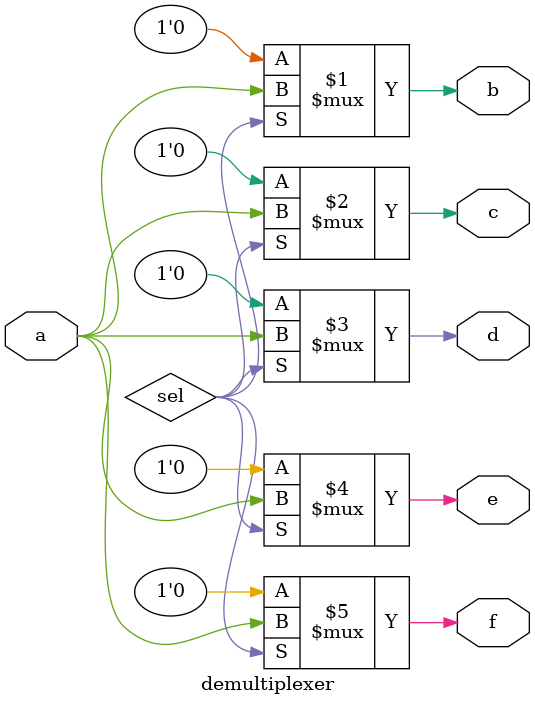
<source format=v>
module demultiplexer (
       input    a   ,
       output   b   ,
       output   c   ,
       output   d   ,
       output   e   ,
       output   f   
);

assign  b = sel ? a : 1'b0 ; 
assign  c = sel ? a : 1'b0 ; 
assign  d = sel ? a : 1'b0 ; 
assign  e = sel ? a : 1'b0 ; 
assign  f = sel ? a : 1'b0 ; 


//assign  b = {32{sel} & a : 1'b0 ; 
//assign  c = {32{sel} & a : 1'b0 ; 
//assign  d = {32{sel} & a : 1'b0 ; 
//assign  e = {32{sel} & a : 1'b0 ; 
//assign  f = {32{sel} & a : 1'b0 ; 


endmodule

</source>
